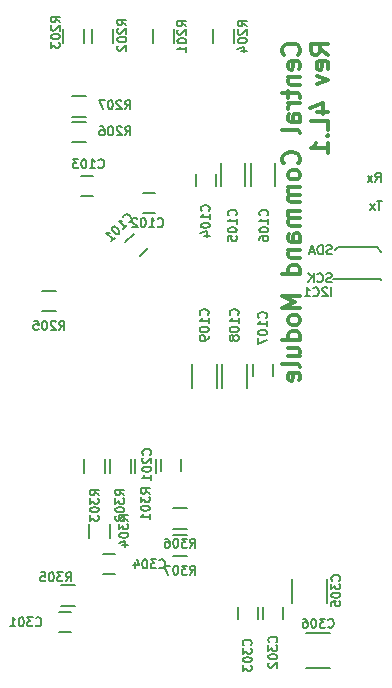
<source format=gbr>
G04 #@! TF.FileFunction,Legend,Bot*
%FSLAX46Y46*%
G04 Gerber Fmt 4.6, Leading zero omitted, Abs format (unit mm)*
G04 Created by KiCad (PCBNEW 4.0.1-2.201512121406+6195~38~ubuntu14.04.1-stable) date Sun 27 Dec 2015 07:04:44 PM CET*
%MOMM*%
G01*
G04 APERTURE LIST*
%ADD10C,0.100000*%
%ADD11C,0.200000*%
%ADD12C,0.127000*%
%ADD13C,0.300000*%
%ADD14C,0.150000*%
G04 APERTURE END LIST*
D10*
D11*
X110363000Y-102997000D02*
X110363000Y-103124000D01*
X106299000Y-102997000D02*
X110363000Y-102997000D01*
X109982000Y-100330000D02*
X110363000Y-100711000D01*
X106680000Y-100330000D02*
X109982000Y-100330000D01*
X106426000Y-100584000D02*
X106680000Y-100330000D01*
D12*
X106153857Y-100879729D02*
X106045000Y-100916014D01*
X105863571Y-100916014D01*
X105791000Y-100879729D01*
X105754714Y-100843443D01*
X105718429Y-100770871D01*
X105718429Y-100698300D01*
X105754714Y-100625729D01*
X105791000Y-100589443D01*
X105863571Y-100553157D01*
X106008714Y-100516871D01*
X106081286Y-100480586D01*
X106117571Y-100444300D01*
X106153857Y-100371729D01*
X106153857Y-100299157D01*
X106117571Y-100226586D01*
X106081286Y-100190300D01*
X106008714Y-100154014D01*
X105827286Y-100154014D01*
X105718429Y-100190300D01*
X105391857Y-100916014D02*
X105391857Y-100154014D01*
X105210429Y-100154014D01*
X105101572Y-100190300D01*
X105029000Y-100262871D01*
X104992715Y-100335443D01*
X104956429Y-100480586D01*
X104956429Y-100589443D01*
X104992715Y-100734586D01*
X105029000Y-100807157D01*
X105101572Y-100879729D01*
X105210429Y-100916014D01*
X105391857Y-100916014D01*
X104666143Y-100698300D02*
X104303286Y-100698300D01*
X104738715Y-100916014D02*
X104484715Y-100154014D01*
X104230715Y-100916014D01*
X106153857Y-103267329D02*
X106045000Y-103303614D01*
X105863571Y-103303614D01*
X105791000Y-103267329D01*
X105754714Y-103231043D01*
X105718429Y-103158471D01*
X105718429Y-103085900D01*
X105754714Y-103013329D01*
X105791000Y-102977043D01*
X105863571Y-102940757D01*
X106008714Y-102904471D01*
X106081286Y-102868186D01*
X106117571Y-102831900D01*
X106153857Y-102759329D01*
X106153857Y-102686757D01*
X106117571Y-102614186D01*
X106081286Y-102577900D01*
X106008714Y-102541614D01*
X105827286Y-102541614D01*
X105718429Y-102577900D01*
X104956429Y-103231043D02*
X104992715Y-103267329D01*
X105101572Y-103303614D01*
X105174143Y-103303614D01*
X105283000Y-103267329D01*
X105355572Y-103194757D01*
X105391857Y-103122186D01*
X105428143Y-102977043D01*
X105428143Y-102868186D01*
X105391857Y-102723043D01*
X105355572Y-102650471D01*
X105283000Y-102577900D01*
X105174143Y-102541614D01*
X105101572Y-102541614D01*
X104992715Y-102577900D01*
X104956429Y-102614186D01*
X104629857Y-103303614D02*
X104629857Y-102541614D01*
X104194429Y-103303614D02*
X104521000Y-102868186D01*
X104194429Y-102541614D02*
X104629857Y-102977043D01*
X106117571Y-104497414D02*
X106117571Y-103735414D01*
X105791000Y-103807986D02*
X105754714Y-103771700D01*
X105682143Y-103735414D01*
X105500714Y-103735414D01*
X105428143Y-103771700D01*
X105391857Y-103807986D01*
X105355572Y-103880557D01*
X105355572Y-103953129D01*
X105391857Y-104061986D01*
X105827286Y-104497414D01*
X105355572Y-104497414D01*
X104593572Y-104424843D02*
X104629858Y-104461129D01*
X104738715Y-104497414D01*
X104811286Y-104497414D01*
X104920143Y-104461129D01*
X104992715Y-104388557D01*
X105029000Y-104315986D01*
X105065286Y-104170843D01*
X105065286Y-104061986D01*
X105029000Y-103916843D01*
X104992715Y-103844271D01*
X104920143Y-103771700D01*
X104811286Y-103735414D01*
X104738715Y-103735414D01*
X104629858Y-103771700D01*
X104593572Y-103807986D01*
X103867858Y-104497414D02*
X104303286Y-104497414D01*
X104085572Y-104497414D02*
X104085572Y-103735414D01*
X104158143Y-103844271D01*
X104230715Y-103916843D01*
X104303286Y-103953129D01*
X109873143Y-94781914D02*
X110127143Y-94419057D01*
X110308571Y-94781914D02*
X110308571Y-94019914D01*
X110018286Y-94019914D01*
X109945714Y-94056200D01*
X109909429Y-94092486D01*
X109873143Y-94165057D01*
X109873143Y-94273914D01*
X109909429Y-94346486D01*
X109945714Y-94382771D01*
X110018286Y-94419057D01*
X110308571Y-94419057D01*
X109619143Y-94781914D02*
X109220000Y-94273914D01*
X109619143Y-94273914D02*
X109220000Y-94781914D01*
X110417429Y-96407514D02*
X109982000Y-96407514D01*
X110199714Y-97169514D02*
X110199714Y-96407514D01*
X109800572Y-97169514D02*
X109401429Y-96661514D01*
X109800572Y-96661514D02*
X109401429Y-97169514D01*
D13*
X103348714Y-84018286D02*
X103420143Y-83946857D01*
X103491571Y-83732571D01*
X103491571Y-83589714D01*
X103420143Y-83375429D01*
X103277286Y-83232571D01*
X103134429Y-83161143D01*
X102848714Y-83089714D01*
X102634429Y-83089714D01*
X102348714Y-83161143D01*
X102205857Y-83232571D01*
X102063000Y-83375429D01*
X101991571Y-83589714D01*
X101991571Y-83732571D01*
X102063000Y-83946857D01*
X102134429Y-84018286D01*
X103420143Y-85232571D02*
X103491571Y-85089714D01*
X103491571Y-84804000D01*
X103420143Y-84661143D01*
X103277286Y-84589714D01*
X102705857Y-84589714D01*
X102563000Y-84661143D01*
X102491571Y-84804000D01*
X102491571Y-85089714D01*
X102563000Y-85232571D01*
X102705857Y-85304000D01*
X102848714Y-85304000D01*
X102991571Y-84589714D01*
X102491571Y-85946857D02*
X103491571Y-85946857D01*
X102634429Y-85946857D02*
X102563000Y-86018285D01*
X102491571Y-86161143D01*
X102491571Y-86375428D01*
X102563000Y-86518285D01*
X102705857Y-86589714D01*
X103491571Y-86589714D01*
X102491571Y-87089714D02*
X102491571Y-87661143D01*
X101991571Y-87304000D02*
X103277286Y-87304000D01*
X103420143Y-87375428D01*
X103491571Y-87518286D01*
X103491571Y-87661143D01*
X103491571Y-88161143D02*
X102491571Y-88161143D01*
X102777286Y-88161143D02*
X102634429Y-88232571D01*
X102563000Y-88304000D01*
X102491571Y-88446857D01*
X102491571Y-88589714D01*
X103491571Y-89732571D02*
X102705857Y-89732571D01*
X102563000Y-89661142D01*
X102491571Y-89518285D01*
X102491571Y-89232571D01*
X102563000Y-89089714D01*
X103420143Y-89732571D02*
X103491571Y-89589714D01*
X103491571Y-89232571D01*
X103420143Y-89089714D01*
X103277286Y-89018285D01*
X103134429Y-89018285D01*
X102991571Y-89089714D01*
X102920143Y-89232571D01*
X102920143Y-89589714D01*
X102848714Y-89732571D01*
X103491571Y-90661143D02*
X103420143Y-90518285D01*
X103277286Y-90446857D01*
X101991571Y-90446857D01*
X103348714Y-93232571D02*
X103420143Y-93161142D01*
X103491571Y-92946856D01*
X103491571Y-92803999D01*
X103420143Y-92589714D01*
X103277286Y-92446856D01*
X103134429Y-92375428D01*
X102848714Y-92303999D01*
X102634429Y-92303999D01*
X102348714Y-92375428D01*
X102205857Y-92446856D01*
X102063000Y-92589714D01*
X101991571Y-92803999D01*
X101991571Y-92946856D01*
X102063000Y-93161142D01*
X102134429Y-93232571D01*
X103491571Y-94089714D02*
X103420143Y-93946856D01*
X103348714Y-93875428D01*
X103205857Y-93803999D01*
X102777286Y-93803999D01*
X102634429Y-93875428D01*
X102563000Y-93946856D01*
X102491571Y-94089714D01*
X102491571Y-94303999D01*
X102563000Y-94446856D01*
X102634429Y-94518285D01*
X102777286Y-94589714D01*
X103205857Y-94589714D01*
X103348714Y-94518285D01*
X103420143Y-94446856D01*
X103491571Y-94303999D01*
X103491571Y-94089714D01*
X103491571Y-95232571D02*
X102491571Y-95232571D01*
X102634429Y-95232571D02*
X102563000Y-95303999D01*
X102491571Y-95446857D01*
X102491571Y-95661142D01*
X102563000Y-95803999D01*
X102705857Y-95875428D01*
X103491571Y-95875428D01*
X102705857Y-95875428D02*
X102563000Y-95946857D01*
X102491571Y-96089714D01*
X102491571Y-96303999D01*
X102563000Y-96446857D01*
X102705857Y-96518285D01*
X103491571Y-96518285D01*
X103491571Y-97232571D02*
X102491571Y-97232571D01*
X102634429Y-97232571D02*
X102563000Y-97303999D01*
X102491571Y-97446857D01*
X102491571Y-97661142D01*
X102563000Y-97803999D01*
X102705857Y-97875428D01*
X103491571Y-97875428D01*
X102705857Y-97875428D02*
X102563000Y-97946857D01*
X102491571Y-98089714D01*
X102491571Y-98303999D01*
X102563000Y-98446857D01*
X102705857Y-98518285D01*
X103491571Y-98518285D01*
X103491571Y-99875428D02*
X102705857Y-99875428D01*
X102563000Y-99803999D01*
X102491571Y-99661142D01*
X102491571Y-99375428D01*
X102563000Y-99232571D01*
X103420143Y-99875428D02*
X103491571Y-99732571D01*
X103491571Y-99375428D01*
X103420143Y-99232571D01*
X103277286Y-99161142D01*
X103134429Y-99161142D01*
X102991571Y-99232571D01*
X102920143Y-99375428D01*
X102920143Y-99732571D01*
X102848714Y-99875428D01*
X102491571Y-100589714D02*
X103491571Y-100589714D01*
X102634429Y-100589714D02*
X102563000Y-100661142D01*
X102491571Y-100804000D01*
X102491571Y-101018285D01*
X102563000Y-101161142D01*
X102705857Y-101232571D01*
X103491571Y-101232571D01*
X103491571Y-102589714D02*
X101991571Y-102589714D01*
X103420143Y-102589714D02*
X103491571Y-102446857D01*
X103491571Y-102161143D01*
X103420143Y-102018285D01*
X103348714Y-101946857D01*
X103205857Y-101875428D01*
X102777286Y-101875428D01*
X102634429Y-101946857D01*
X102563000Y-102018285D01*
X102491571Y-102161143D01*
X102491571Y-102446857D01*
X102563000Y-102589714D01*
X103491571Y-104446857D02*
X101991571Y-104446857D01*
X103063000Y-104946857D01*
X101991571Y-105446857D01*
X103491571Y-105446857D01*
X103491571Y-106375429D02*
X103420143Y-106232571D01*
X103348714Y-106161143D01*
X103205857Y-106089714D01*
X102777286Y-106089714D01*
X102634429Y-106161143D01*
X102563000Y-106232571D01*
X102491571Y-106375429D01*
X102491571Y-106589714D01*
X102563000Y-106732571D01*
X102634429Y-106804000D01*
X102777286Y-106875429D01*
X103205857Y-106875429D01*
X103348714Y-106804000D01*
X103420143Y-106732571D01*
X103491571Y-106589714D01*
X103491571Y-106375429D01*
X103491571Y-108161143D02*
X101991571Y-108161143D01*
X103420143Y-108161143D02*
X103491571Y-108018286D01*
X103491571Y-107732572D01*
X103420143Y-107589714D01*
X103348714Y-107518286D01*
X103205857Y-107446857D01*
X102777286Y-107446857D01*
X102634429Y-107518286D01*
X102563000Y-107589714D01*
X102491571Y-107732572D01*
X102491571Y-108018286D01*
X102563000Y-108161143D01*
X102491571Y-109518286D02*
X103491571Y-109518286D01*
X102491571Y-108875429D02*
X103277286Y-108875429D01*
X103420143Y-108946857D01*
X103491571Y-109089715D01*
X103491571Y-109304000D01*
X103420143Y-109446857D01*
X103348714Y-109518286D01*
X103491571Y-110446858D02*
X103420143Y-110304000D01*
X103277286Y-110232572D01*
X101991571Y-110232572D01*
X103420143Y-111589714D02*
X103491571Y-111446857D01*
X103491571Y-111161143D01*
X103420143Y-111018286D01*
X103277286Y-110946857D01*
X102705857Y-110946857D01*
X102563000Y-111018286D01*
X102491571Y-111161143D01*
X102491571Y-111446857D01*
X102563000Y-111589714D01*
X102705857Y-111661143D01*
X102848714Y-111661143D01*
X102991571Y-110946857D01*
X105891571Y-84018286D02*
X105177286Y-83518286D01*
X105891571Y-83161143D02*
X104391571Y-83161143D01*
X104391571Y-83732571D01*
X104463000Y-83875429D01*
X104534429Y-83946857D01*
X104677286Y-84018286D01*
X104891571Y-84018286D01*
X105034429Y-83946857D01*
X105105857Y-83875429D01*
X105177286Y-83732571D01*
X105177286Y-83161143D01*
X105820143Y-85232571D02*
X105891571Y-85089714D01*
X105891571Y-84804000D01*
X105820143Y-84661143D01*
X105677286Y-84589714D01*
X105105857Y-84589714D01*
X104963000Y-84661143D01*
X104891571Y-84804000D01*
X104891571Y-85089714D01*
X104963000Y-85232571D01*
X105105857Y-85304000D01*
X105248714Y-85304000D01*
X105391571Y-84589714D01*
X104891571Y-85804000D02*
X105891571Y-86161143D01*
X104891571Y-86518285D01*
X104891571Y-88875428D02*
X105891571Y-88875428D01*
X104320143Y-88518285D02*
X105391571Y-88161142D01*
X105391571Y-89089714D01*
X105891571Y-90375428D02*
X105891571Y-89661142D01*
X104391571Y-89661142D01*
X105748714Y-90875428D02*
X105820143Y-90946856D01*
X105891571Y-90875428D01*
X105820143Y-90803999D01*
X105748714Y-90875428D01*
X105891571Y-90875428D01*
X105891571Y-92375428D02*
X105891571Y-91518285D01*
X105891571Y-91946857D02*
X104391571Y-91946857D01*
X104605857Y-91804000D01*
X104748714Y-91661142D01*
X104820143Y-91518285D01*
D14*
X101201790Y-110214023D02*
X101201790Y-111214023D01*
X99501790Y-111214023D02*
X99501790Y-110214023D01*
X98963790Y-110222024D02*
X98963790Y-112222024D01*
X96913790Y-112222024D02*
X96913790Y-110222024D01*
X96423790Y-110222023D02*
X96423790Y-112222023D01*
X94373790Y-112222023D02*
X94373790Y-110222023D01*
X88707406Y-99879313D02*
X89414513Y-99172206D01*
X90616594Y-100374287D02*
X89909487Y-101081394D01*
X91178000Y-97420800D02*
X90178000Y-97420800D01*
X90178000Y-95720800D02*
X91178000Y-95720800D01*
X85971000Y-96023800D02*
X84971000Y-96023800D01*
X84971000Y-94323800D02*
X85971000Y-94323800D01*
X91733000Y-119245000D02*
X91733000Y-118245000D01*
X93433000Y-118245000D02*
X93433000Y-119245000D01*
X84066000Y-132930000D02*
X83066000Y-132930000D01*
X83066000Y-131230000D02*
X84066000Y-131230000D01*
X100369000Y-131818000D02*
X100369000Y-130818000D01*
X102069000Y-130818000D02*
X102069000Y-131818000D01*
X98210000Y-131818000D02*
X98210000Y-130818000D01*
X99910000Y-130818000D02*
X99910000Y-131818000D01*
X86799800Y-126327800D02*
X87799800Y-126327800D01*
X87799800Y-128027800D02*
X86799800Y-128027800D01*
X102792000Y-130413000D02*
X102792000Y-128413000D01*
X105742000Y-128413000D02*
X105742000Y-130413000D01*
X104029000Y-133018000D02*
X106029000Y-133018000D01*
X106029000Y-135968000D02*
X104029000Y-135968000D01*
X92823000Y-83023000D02*
X92823000Y-81823000D01*
X91073000Y-81823000D02*
X91073000Y-83023000D01*
X85866000Y-81823000D02*
X85866000Y-83023000D01*
X87616000Y-83023000D02*
X87616000Y-81823000D01*
X85203000Y-83023000D02*
X85203000Y-81823000D01*
X83453000Y-81823000D02*
X83453000Y-83023000D01*
X96153000Y-81823000D02*
X96153000Y-83023000D01*
X97903000Y-83023000D02*
X97903000Y-81823000D01*
X82845200Y-104001600D02*
X81645200Y-104001600D01*
X81645200Y-105751600D02*
X82845200Y-105751600D01*
X89549000Y-118272000D02*
X89549000Y-119472000D01*
X91299000Y-119472000D02*
X91299000Y-118272000D01*
X89140000Y-119472000D02*
X89140000Y-118272000D01*
X87390000Y-118272000D02*
X87390000Y-119472000D01*
X86981000Y-119472000D02*
X86981000Y-118272000D01*
X85231000Y-118272000D02*
X85231000Y-119472000D01*
X85612000Y-123733000D02*
X85612000Y-124933000D01*
X87362000Y-124933000D02*
X87362000Y-123733000D01*
X83220000Y-130669000D02*
X84420000Y-130669000D01*
X84420000Y-128919000D02*
X83220000Y-128919000D01*
X93945000Y-122442000D02*
X92745000Y-122442000D01*
X92745000Y-124192000D02*
X93945000Y-124192000D01*
X93945000Y-124728000D02*
X92745000Y-124728000D01*
X92745000Y-126478000D02*
X93945000Y-126478000D01*
X94654000Y-95165800D02*
X94654000Y-94165800D01*
X96354000Y-94165800D02*
X96354000Y-95165800D01*
X85385200Y-89701400D02*
X84185200Y-89701400D01*
X84185200Y-91451400D02*
X85385200Y-91451400D01*
X85385200Y-87517000D02*
X84185200Y-87517000D01*
X84185200Y-89267000D02*
X85385200Y-89267000D01*
X96765000Y-95157800D02*
X96765000Y-93157800D01*
X98815000Y-93157800D02*
X98815000Y-95157800D01*
X99305000Y-95157800D02*
X99305000Y-93157800D01*
X101355000Y-93157800D02*
X101355000Y-95157800D01*
D12*
X100623933Y-106305309D02*
X100660219Y-106269023D01*
X100696504Y-106160166D01*
X100696504Y-106087595D01*
X100660219Y-105978738D01*
X100587647Y-105906166D01*
X100515076Y-105869881D01*
X100369933Y-105833595D01*
X100261076Y-105833595D01*
X100115933Y-105869881D01*
X100043361Y-105906166D01*
X99970790Y-105978738D01*
X99934504Y-106087595D01*
X99934504Y-106160166D01*
X99970790Y-106269023D01*
X100007076Y-106305309D01*
X100696504Y-107031023D02*
X100696504Y-106595595D01*
X100696504Y-106813309D02*
X99934504Y-106813309D01*
X100043361Y-106740738D01*
X100115933Y-106668166D01*
X100152219Y-106595595D01*
X99934504Y-107502737D02*
X99934504Y-107575309D01*
X99970790Y-107647880D01*
X100007076Y-107684166D01*
X100079647Y-107720452D01*
X100224790Y-107756737D01*
X100406219Y-107756737D01*
X100551361Y-107720452D01*
X100623933Y-107684166D01*
X100660219Y-107647880D01*
X100696504Y-107575309D01*
X100696504Y-107502737D01*
X100660219Y-107430166D01*
X100623933Y-107393880D01*
X100551361Y-107357595D01*
X100406219Y-107321309D01*
X100224790Y-107321309D01*
X100079647Y-107357595D01*
X100007076Y-107393880D01*
X99970790Y-107430166D01*
X99934504Y-107502737D01*
X99934504Y-108010737D02*
X99934504Y-108518737D01*
X100696504Y-108192166D01*
X98210933Y-106051310D02*
X98247219Y-106015024D01*
X98283504Y-105906167D01*
X98283504Y-105833596D01*
X98247219Y-105724739D01*
X98174647Y-105652167D01*
X98102076Y-105615882D01*
X97956933Y-105579596D01*
X97848076Y-105579596D01*
X97702933Y-105615882D01*
X97630361Y-105652167D01*
X97557790Y-105724739D01*
X97521504Y-105833596D01*
X97521504Y-105906167D01*
X97557790Y-106015024D01*
X97594076Y-106051310D01*
X98283504Y-106777024D02*
X98283504Y-106341596D01*
X98283504Y-106559310D02*
X97521504Y-106559310D01*
X97630361Y-106486739D01*
X97702933Y-106414167D01*
X97739219Y-106341596D01*
X97521504Y-107248738D02*
X97521504Y-107321310D01*
X97557790Y-107393881D01*
X97594076Y-107430167D01*
X97666647Y-107466453D01*
X97811790Y-107502738D01*
X97993219Y-107502738D01*
X98138361Y-107466453D01*
X98210933Y-107430167D01*
X98247219Y-107393881D01*
X98283504Y-107321310D01*
X98283504Y-107248738D01*
X98247219Y-107176167D01*
X98210933Y-107139881D01*
X98138361Y-107103596D01*
X97993219Y-107067310D01*
X97811790Y-107067310D01*
X97666647Y-107103596D01*
X97594076Y-107139881D01*
X97557790Y-107176167D01*
X97521504Y-107248738D01*
X97848076Y-107938167D02*
X97811790Y-107865595D01*
X97775504Y-107829310D01*
X97702933Y-107793024D01*
X97666647Y-107793024D01*
X97594076Y-107829310D01*
X97557790Y-107865595D01*
X97521504Y-107938167D01*
X97521504Y-108083310D01*
X97557790Y-108155881D01*
X97594076Y-108192167D01*
X97666647Y-108228452D01*
X97702933Y-108228452D01*
X97775504Y-108192167D01*
X97811790Y-108155881D01*
X97848076Y-108083310D01*
X97848076Y-107938167D01*
X97884361Y-107865595D01*
X97920647Y-107829310D01*
X97993219Y-107793024D01*
X98138361Y-107793024D01*
X98210933Y-107829310D01*
X98247219Y-107865595D01*
X98283504Y-107938167D01*
X98283504Y-108083310D01*
X98247219Y-108155881D01*
X98210933Y-108192167D01*
X98138361Y-108228452D01*
X97993219Y-108228452D01*
X97920647Y-108192167D01*
X97884361Y-108155881D01*
X97848076Y-108083310D01*
X95670933Y-106051309D02*
X95707219Y-106015023D01*
X95743504Y-105906166D01*
X95743504Y-105833595D01*
X95707219Y-105724738D01*
X95634647Y-105652166D01*
X95562076Y-105615881D01*
X95416933Y-105579595D01*
X95308076Y-105579595D01*
X95162933Y-105615881D01*
X95090361Y-105652166D01*
X95017790Y-105724738D01*
X94981504Y-105833595D01*
X94981504Y-105906166D01*
X95017790Y-106015023D01*
X95054076Y-106051309D01*
X95743504Y-106777023D02*
X95743504Y-106341595D01*
X95743504Y-106559309D02*
X94981504Y-106559309D01*
X95090361Y-106486738D01*
X95162933Y-106414166D01*
X95199219Y-106341595D01*
X94981504Y-107248737D02*
X94981504Y-107321309D01*
X95017790Y-107393880D01*
X95054076Y-107430166D01*
X95126647Y-107466452D01*
X95271790Y-107502737D01*
X95453219Y-107502737D01*
X95598361Y-107466452D01*
X95670933Y-107430166D01*
X95707219Y-107393880D01*
X95743504Y-107321309D01*
X95743504Y-107248737D01*
X95707219Y-107176166D01*
X95670933Y-107139880D01*
X95598361Y-107103595D01*
X95453219Y-107067309D01*
X95271790Y-107067309D01*
X95126647Y-107103595D01*
X95054076Y-107139880D01*
X95017790Y-107176166D01*
X94981504Y-107248737D01*
X95743504Y-107865594D02*
X95743504Y-108010737D01*
X95707219Y-108083309D01*
X95670933Y-108119594D01*
X95562076Y-108192166D01*
X95416933Y-108228451D01*
X95126647Y-108228451D01*
X95054076Y-108192166D01*
X95017790Y-108155880D01*
X94981504Y-108083309D01*
X94981504Y-107938166D01*
X95017790Y-107865594D01*
X95054076Y-107829309D01*
X95126647Y-107793023D01*
X95308076Y-107793023D01*
X95380647Y-107829309D01*
X95416933Y-107865594D01*
X95453219Y-107938166D01*
X95453219Y-108083309D01*
X95416933Y-108155880D01*
X95380647Y-108192166D01*
X95308076Y-108228451D01*
X88972470Y-98231350D02*
X89023786Y-98231350D01*
X89126417Y-98180034D01*
X89177733Y-98128719D01*
X89229049Y-98026088D01*
X89229049Y-97923456D01*
X89203391Y-97846483D01*
X89126417Y-97718193D01*
X89049444Y-97641219D01*
X88921154Y-97564246D01*
X88844180Y-97538587D01*
X88741549Y-97538588D01*
X88638917Y-97589903D01*
X88587602Y-97641219D01*
X88536286Y-97743850D01*
X88536286Y-97795167D01*
X88510628Y-98795823D02*
X88818522Y-98487929D01*
X88664575Y-98641876D02*
X88125760Y-98103061D01*
X88254049Y-98128719D01*
X88356681Y-98128719D01*
X88433655Y-98103061D01*
X87638261Y-98590560D02*
X87586944Y-98641876D01*
X87561287Y-98718850D01*
X87561287Y-98770166D01*
X87586944Y-98847139D01*
X87663919Y-98975428D01*
X87792208Y-99103718D01*
X87920497Y-99180691D01*
X87997471Y-99206349D01*
X88048787Y-99206349D01*
X88125760Y-99180691D01*
X88177076Y-99129375D01*
X88202734Y-99052402D01*
X88202734Y-99001086D01*
X88177075Y-98924113D01*
X88100102Y-98795824D01*
X87971813Y-98667534D01*
X87843523Y-98590561D01*
X87766550Y-98564902D01*
X87715234Y-98564902D01*
X87638261Y-98590560D01*
X87484314Y-99822138D02*
X87792208Y-99514244D01*
X87638261Y-99668191D02*
X87099445Y-99129375D01*
X87227734Y-99155033D01*
X87330367Y-99155033D01*
X87407340Y-99129376D01*
X91440911Y-98549192D02*
X91477197Y-98585478D01*
X91586054Y-98621763D01*
X91658625Y-98621763D01*
X91767482Y-98585478D01*
X91840054Y-98512906D01*
X91876339Y-98440335D01*
X91912625Y-98295192D01*
X91912625Y-98186335D01*
X91876339Y-98041192D01*
X91840054Y-97968620D01*
X91767482Y-97896049D01*
X91658625Y-97859763D01*
X91586054Y-97859763D01*
X91477197Y-97896049D01*
X91440911Y-97932335D01*
X90715197Y-98621763D02*
X91150625Y-98621763D01*
X90932911Y-98621763D02*
X90932911Y-97859763D01*
X91005482Y-97968620D01*
X91078054Y-98041192D01*
X91150625Y-98077478D01*
X90243483Y-97859763D02*
X90170911Y-97859763D01*
X90098340Y-97896049D01*
X90062054Y-97932335D01*
X90025768Y-98004906D01*
X89989483Y-98150049D01*
X89989483Y-98331478D01*
X90025768Y-98476620D01*
X90062054Y-98549192D01*
X90098340Y-98585478D01*
X90170911Y-98621763D01*
X90243483Y-98621763D01*
X90316054Y-98585478D01*
X90352340Y-98549192D01*
X90388625Y-98476620D01*
X90424911Y-98331478D01*
X90424911Y-98150049D01*
X90388625Y-98004906D01*
X90352340Y-97932335D01*
X90316054Y-97896049D01*
X90243483Y-97859763D01*
X89699197Y-97932335D02*
X89662911Y-97896049D01*
X89590340Y-97859763D01*
X89408911Y-97859763D01*
X89336340Y-97896049D01*
X89300054Y-97932335D01*
X89263769Y-98004906D01*
X89263769Y-98077478D01*
X89300054Y-98186335D01*
X89735483Y-98621763D01*
X89263769Y-98621763D01*
X86413517Y-93560089D02*
X86449803Y-93596375D01*
X86558660Y-93632660D01*
X86631231Y-93632660D01*
X86740088Y-93596375D01*
X86812660Y-93523803D01*
X86848945Y-93451232D01*
X86885231Y-93306089D01*
X86885231Y-93197232D01*
X86848945Y-93052089D01*
X86812660Y-92979517D01*
X86740088Y-92906946D01*
X86631231Y-92870660D01*
X86558660Y-92870660D01*
X86449803Y-92906946D01*
X86413517Y-92943232D01*
X85687803Y-93632660D02*
X86123231Y-93632660D01*
X85905517Y-93632660D02*
X85905517Y-92870660D01*
X85978088Y-92979517D01*
X86050660Y-93052089D01*
X86123231Y-93088375D01*
X85216089Y-92870660D02*
X85143517Y-92870660D01*
X85070946Y-92906946D01*
X85034660Y-92943232D01*
X84998374Y-93015803D01*
X84962089Y-93160946D01*
X84962089Y-93342375D01*
X84998374Y-93487517D01*
X85034660Y-93560089D01*
X85070946Y-93596375D01*
X85143517Y-93632660D01*
X85216089Y-93632660D01*
X85288660Y-93596375D01*
X85324946Y-93560089D01*
X85361231Y-93487517D01*
X85397517Y-93342375D01*
X85397517Y-93160946D01*
X85361231Y-93015803D01*
X85324946Y-92943232D01*
X85288660Y-92906946D01*
X85216089Y-92870660D01*
X84708089Y-92870660D02*
X84236375Y-92870660D01*
X84490375Y-93160946D01*
X84381517Y-93160946D01*
X84308946Y-93197232D01*
X84272660Y-93233517D01*
X84236375Y-93306089D01*
X84236375Y-93487517D01*
X84272660Y-93560089D01*
X84308946Y-93596375D01*
X84381517Y-93632660D01*
X84599232Y-93632660D01*
X84671803Y-93596375D01*
X84708089Y-93560089D01*
X90823143Y-117892286D02*
X90859429Y-117856000D01*
X90895714Y-117747143D01*
X90895714Y-117674572D01*
X90859429Y-117565715D01*
X90786857Y-117493143D01*
X90714286Y-117456858D01*
X90569143Y-117420572D01*
X90460286Y-117420572D01*
X90315143Y-117456858D01*
X90242571Y-117493143D01*
X90170000Y-117565715D01*
X90133714Y-117674572D01*
X90133714Y-117747143D01*
X90170000Y-117856000D01*
X90206286Y-117892286D01*
X90206286Y-118182572D02*
X90170000Y-118218858D01*
X90133714Y-118291429D01*
X90133714Y-118472858D01*
X90170000Y-118545429D01*
X90206286Y-118581715D01*
X90278857Y-118618000D01*
X90351429Y-118618000D01*
X90460286Y-118581715D01*
X90895714Y-118146286D01*
X90895714Y-118618000D01*
X90133714Y-119089714D02*
X90133714Y-119162286D01*
X90170000Y-119234857D01*
X90206286Y-119271143D01*
X90278857Y-119307429D01*
X90424000Y-119343714D01*
X90605429Y-119343714D01*
X90750571Y-119307429D01*
X90823143Y-119271143D01*
X90859429Y-119234857D01*
X90895714Y-119162286D01*
X90895714Y-119089714D01*
X90859429Y-119017143D01*
X90823143Y-118980857D01*
X90750571Y-118944572D01*
X90605429Y-118908286D01*
X90424000Y-118908286D01*
X90278857Y-118944572D01*
X90206286Y-118980857D01*
X90170000Y-119017143D01*
X90133714Y-119089714D01*
X90895714Y-120069428D02*
X90895714Y-119634000D01*
X90895714Y-119851714D02*
X90133714Y-119851714D01*
X90242571Y-119779143D01*
X90315143Y-119706571D01*
X90351429Y-119634000D01*
X81116714Y-132352143D02*
X81153000Y-132388429D01*
X81261857Y-132424714D01*
X81334428Y-132424714D01*
X81443285Y-132388429D01*
X81515857Y-132315857D01*
X81552142Y-132243286D01*
X81588428Y-132098143D01*
X81588428Y-131989286D01*
X81552142Y-131844143D01*
X81515857Y-131771571D01*
X81443285Y-131699000D01*
X81334428Y-131662714D01*
X81261857Y-131662714D01*
X81153000Y-131699000D01*
X81116714Y-131735286D01*
X80862714Y-131662714D02*
X80391000Y-131662714D01*
X80645000Y-131953000D01*
X80536142Y-131953000D01*
X80463571Y-131989286D01*
X80427285Y-132025571D01*
X80391000Y-132098143D01*
X80391000Y-132279571D01*
X80427285Y-132352143D01*
X80463571Y-132388429D01*
X80536142Y-132424714D01*
X80753857Y-132424714D01*
X80826428Y-132388429D01*
X80862714Y-132352143D01*
X79919286Y-131662714D02*
X79846714Y-131662714D01*
X79774143Y-131699000D01*
X79737857Y-131735286D01*
X79701571Y-131807857D01*
X79665286Y-131953000D01*
X79665286Y-132134429D01*
X79701571Y-132279571D01*
X79737857Y-132352143D01*
X79774143Y-132388429D01*
X79846714Y-132424714D01*
X79919286Y-132424714D01*
X79991857Y-132388429D01*
X80028143Y-132352143D01*
X80064428Y-132279571D01*
X80100714Y-132134429D01*
X80100714Y-131953000D01*
X80064428Y-131807857D01*
X80028143Y-131735286D01*
X79991857Y-131699000D01*
X79919286Y-131662714D01*
X78939572Y-132424714D02*
X79375000Y-132424714D01*
X79157286Y-132424714D02*
X79157286Y-131662714D01*
X79229857Y-131771571D01*
X79302429Y-131844143D01*
X79375000Y-131880429D01*
X101491143Y-133767286D02*
X101527429Y-133731000D01*
X101563714Y-133622143D01*
X101563714Y-133549572D01*
X101527429Y-133440715D01*
X101454857Y-133368143D01*
X101382286Y-133331858D01*
X101237143Y-133295572D01*
X101128286Y-133295572D01*
X100983143Y-133331858D01*
X100910571Y-133368143D01*
X100838000Y-133440715D01*
X100801714Y-133549572D01*
X100801714Y-133622143D01*
X100838000Y-133731000D01*
X100874286Y-133767286D01*
X100801714Y-134021286D02*
X100801714Y-134493000D01*
X101092000Y-134239000D01*
X101092000Y-134347858D01*
X101128286Y-134420429D01*
X101164571Y-134456715D01*
X101237143Y-134493000D01*
X101418571Y-134493000D01*
X101491143Y-134456715D01*
X101527429Y-134420429D01*
X101563714Y-134347858D01*
X101563714Y-134130143D01*
X101527429Y-134057572D01*
X101491143Y-134021286D01*
X100801714Y-134964714D02*
X100801714Y-135037286D01*
X100838000Y-135109857D01*
X100874286Y-135146143D01*
X100946857Y-135182429D01*
X101092000Y-135218714D01*
X101273429Y-135218714D01*
X101418571Y-135182429D01*
X101491143Y-135146143D01*
X101527429Y-135109857D01*
X101563714Y-135037286D01*
X101563714Y-134964714D01*
X101527429Y-134892143D01*
X101491143Y-134855857D01*
X101418571Y-134819572D01*
X101273429Y-134783286D01*
X101092000Y-134783286D01*
X100946857Y-134819572D01*
X100874286Y-134855857D01*
X100838000Y-134892143D01*
X100801714Y-134964714D01*
X100874286Y-135509000D02*
X100838000Y-135545286D01*
X100801714Y-135617857D01*
X100801714Y-135799286D01*
X100838000Y-135871857D01*
X100874286Y-135908143D01*
X100946857Y-135944428D01*
X101019429Y-135944428D01*
X101128286Y-135908143D01*
X101563714Y-135472714D01*
X101563714Y-135944428D01*
X99332143Y-134021286D02*
X99368429Y-133985000D01*
X99404714Y-133876143D01*
X99404714Y-133803572D01*
X99368429Y-133694715D01*
X99295857Y-133622143D01*
X99223286Y-133585858D01*
X99078143Y-133549572D01*
X98969286Y-133549572D01*
X98824143Y-133585858D01*
X98751571Y-133622143D01*
X98679000Y-133694715D01*
X98642714Y-133803572D01*
X98642714Y-133876143D01*
X98679000Y-133985000D01*
X98715286Y-134021286D01*
X98642714Y-134275286D02*
X98642714Y-134747000D01*
X98933000Y-134493000D01*
X98933000Y-134601858D01*
X98969286Y-134674429D01*
X99005571Y-134710715D01*
X99078143Y-134747000D01*
X99259571Y-134747000D01*
X99332143Y-134710715D01*
X99368429Y-134674429D01*
X99404714Y-134601858D01*
X99404714Y-134384143D01*
X99368429Y-134311572D01*
X99332143Y-134275286D01*
X98642714Y-135218714D02*
X98642714Y-135291286D01*
X98679000Y-135363857D01*
X98715286Y-135400143D01*
X98787857Y-135436429D01*
X98933000Y-135472714D01*
X99114429Y-135472714D01*
X99259571Y-135436429D01*
X99332143Y-135400143D01*
X99368429Y-135363857D01*
X99404714Y-135291286D01*
X99404714Y-135218714D01*
X99368429Y-135146143D01*
X99332143Y-135109857D01*
X99259571Y-135073572D01*
X99114429Y-135037286D01*
X98933000Y-135037286D01*
X98787857Y-135073572D01*
X98715286Y-135109857D01*
X98679000Y-135146143D01*
X98642714Y-135218714D01*
X98642714Y-135726714D02*
X98642714Y-136198428D01*
X98933000Y-135944428D01*
X98933000Y-136053286D01*
X98969286Y-136125857D01*
X99005571Y-136162143D01*
X99078143Y-136198428D01*
X99259571Y-136198428D01*
X99332143Y-136162143D01*
X99368429Y-136125857D01*
X99404714Y-136053286D01*
X99404714Y-135835571D01*
X99368429Y-135763000D01*
X99332143Y-135726714D01*
X91581514Y-127449943D02*
X91617800Y-127486229D01*
X91726657Y-127522514D01*
X91799228Y-127522514D01*
X91908085Y-127486229D01*
X91980657Y-127413657D01*
X92016942Y-127341086D01*
X92053228Y-127195943D01*
X92053228Y-127087086D01*
X92016942Y-126941943D01*
X91980657Y-126869371D01*
X91908085Y-126796800D01*
X91799228Y-126760514D01*
X91726657Y-126760514D01*
X91617800Y-126796800D01*
X91581514Y-126833086D01*
X91327514Y-126760514D02*
X90855800Y-126760514D01*
X91109800Y-127050800D01*
X91000942Y-127050800D01*
X90928371Y-127087086D01*
X90892085Y-127123371D01*
X90855800Y-127195943D01*
X90855800Y-127377371D01*
X90892085Y-127449943D01*
X90928371Y-127486229D01*
X91000942Y-127522514D01*
X91218657Y-127522514D01*
X91291228Y-127486229D01*
X91327514Y-127449943D01*
X90384086Y-126760514D02*
X90311514Y-126760514D01*
X90238943Y-126796800D01*
X90202657Y-126833086D01*
X90166371Y-126905657D01*
X90130086Y-127050800D01*
X90130086Y-127232229D01*
X90166371Y-127377371D01*
X90202657Y-127449943D01*
X90238943Y-127486229D01*
X90311514Y-127522514D01*
X90384086Y-127522514D01*
X90456657Y-127486229D01*
X90492943Y-127449943D01*
X90529228Y-127377371D01*
X90565514Y-127232229D01*
X90565514Y-127050800D01*
X90529228Y-126905657D01*
X90492943Y-126833086D01*
X90456657Y-126796800D01*
X90384086Y-126760514D01*
X89476943Y-127014514D02*
X89476943Y-127522514D01*
X89658372Y-126724229D02*
X89839800Y-127268514D01*
X89368086Y-127268514D01*
X106825143Y-128560286D02*
X106861429Y-128524000D01*
X106897714Y-128415143D01*
X106897714Y-128342572D01*
X106861429Y-128233715D01*
X106788857Y-128161143D01*
X106716286Y-128124858D01*
X106571143Y-128088572D01*
X106462286Y-128088572D01*
X106317143Y-128124858D01*
X106244571Y-128161143D01*
X106172000Y-128233715D01*
X106135714Y-128342572D01*
X106135714Y-128415143D01*
X106172000Y-128524000D01*
X106208286Y-128560286D01*
X106135714Y-128814286D02*
X106135714Y-129286000D01*
X106426000Y-129032000D01*
X106426000Y-129140858D01*
X106462286Y-129213429D01*
X106498571Y-129249715D01*
X106571143Y-129286000D01*
X106752571Y-129286000D01*
X106825143Y-129249715D01*
X106861429Y-129213429D01*
X106897714Y-129140858D01*
X106897714Y-128923143D01*
X106861429Y-128850572D01*
X106825143Y-128814286D01*
X106135714Y-129757714D02*
X106135714Y-129830286D01*
X106172000Y-129902857D01*
X106208286Y-129939143D01*
X106280857Y-129975429D01*
X106426000Y-130011714D01*
X106607429Y-130011714D01*
X106752571Y-129975429D01*
X106825143Y-129939143D01*
X106861429Y-129902857D01*
X106897714Y-129830286D01*
X106897714Y-129757714D01*
X106861429Y-129685143D01*
X106825143Y-129648857D01*
X106752571Y-129612572D01*
X106607429Y-129576286D01*
X106426000Y-129576286D01*
X106280857Y-129612572D01*
X106208286Y-129648857D01*
X106172000Y-129685143D01*
X106135714Y-129757714D01*
X106135714Y-130701143D02*
X106135714Y-130338286D01*
X106498571Y-130302000D01*
X106462286Y-130338286D01*
X106426000Y-130410857D01*
X106426000Y-130592286D01*
X106462286Y-130664857D01*
X106498571Y-130701143D01*
X106571143Y-130737428D01*
X106752571Y-130737428D01*
X106825143Y-130701143D01*
X106861429Y-130664857D01*
X106897714Y-130592286D01*
X106897714Y-130410857D01*
X106861429Y-130338286D01*
X106825143Y-130302000D01*
X105881714Y-132479143D02*
X105918000Y-132515429D01*
X106026857Y-132551714D01*
X106099428Y-132551714D01*
X106208285Y-132515429D01*
X106280857Y-132442857D01*
X106317142Y-132370286D01*
X106353428Y-132225143D01*
X106353428Y-132116286D01*
X106317142Y-131971143D01*
X106280857Y-131898571D01*
X106208285Y-131826000D01*
X106099428Y-131789714D01*
X106026857Y-131789714D01*
X105918000Y-131826000D01*
X105881714Y-131862286D01*
X105627714Y-131789714D02*
X105156000Y-131789714D01*
X105410000Y-132080000D01*
X105301142Y-132080000D01*
X105228571Y-132116286D01*
X105192285Y-132152571D01*
X105156000Y-132225143D01*
X105156000Y-132406571D01*
X105192285Y-132479143D01*
X105228571Y-132515429D01*
X105301142Y-132551714D01*
X105518857Y-132551714D01*
X105591428Y-132515429D01*
X105627714Y-132479143D01*
X104684286Y-131789714D02*
X104611714Y-131789714D01*
X104539143Y-131826000D01*
X104502857Y-131862286D01*
X104466571Y-131934857D01*
X104430286Y-132080000D01*
X104430286Y-132261429D01*
X104466571Y-132406571D01*
X104502857Y-132479143D01*
X104539143Y-132515429D01*
X104611714Y-132551714D01*
X104684286Y-132551714D01*
X104756857Y-132515429D01*
X104793143Y-132479143D01*
X104829428Y-132406571D01*
X104865714Y-132261429D01*
X104865714Y-132080000D01*
X104829428Y-131934857D01*
X104793143Y-131862286D01*
X104756857Y-131826000D01*
X104684286Y-131789714D01*
X103777143Y-131789714D02*
X103922286Y-131789714D01*
X103994857Y-131826000D01*
X104031143Y-131862286D01*
X104103714Y-131971143D01*
X104140000Y-132116286D01*
X104140000Y-132406571D01*
X104103714Y-132479143D01*
X104067429Y-132515429D01*
X103994857Y-132551714D01*
X103849714Y-132551714D01*
X103777143Y-132515429D01*
X103740857Y-132479143D01*
X103704572Y-132406571D01*
X103704572Y-132225143D01*
X103740857Y-132152571D01*
X103777143Y-132116286D01*
X103849714Y-132080000D01*
X103994857Y-132080000D01*
X104067429Y-132116286D01*
X104103714Y-132152571D01*
X104140000Y-132225143D01*
X93867514Y-81621086D02*
X93504657Y-81367086D01*
X93867514Y-81185658D02*
X93105514Y-81185658D01*
X93105514Y-81475943D01*
X93141800Y-81548515D01*
X93178086Y-81584800D01*
X93250657Y-81621086D01*
X93359514Y-81621086D01*
X93432086Y-81584800D01*
X93468371Y-81548515D01*
X93504657Y-81475943D01*
X93504657Y-81185658D01*
X93178086Y-81911372D02*
X93141800Y-81947658D01*
X93105514Y-82020229D01*
X93105514Y-82201658D01*
X93141800Y-82274229D01*
X93178086Y-82310515D01*
X93250657Y-82346800D01*
X93323229Y-82346800D01*
X93432086Y-82310515D01*
X93867514Y-81875086D01*
X93867514Y-82346800D01*
X93105514Y-82818514D02*
X93105514Y-82891086D01*
X93141800Y-82963657D01*
X93178086Y-82999943D01*
X93250657Y-83036229D01*
X93395800Y-83072514D01*
X93577229Y-83072514D01*
X93722371Y-83036229D01*
X93794943Y-82999943D01*
X93831229Y-82963657D01*
X93867514Y-82891086D01*
X93867514Y-82818514D01*
X93831229Y-82745943D01*
X93794943Y-82709657D01*
X93722371Y-82673372D01*
X93577229Y-82637086D01*
X93395800Y-82637086D01*
X93250657Y-82673372D01*
X93178086Y-82709657D01*
X93141800Y-82745943D01*
X93105514Y-82818514D01*
X93867514Y-83798228D02*
X93867514Y-83362800D01*
X93867514Y-83580514D02*
X93105514Y-83580514D01*
X93214371Y-83507943D01*
X93286943Y-83435371D01*
X93323229Y-83362800D01*
X88787514Y-81519486D02*
X88424657Y-81265486D01*
X88787514Y-81084058D02*
X88025514Y-81084058D01*
X88025514Y-81374343D01*
X88061800Y-81446915D01*
X88098086Y-81483200D01*
X88170657Y-81519486D01*
X88279514Y-81519486D01*
X88352086Y-81483200D01*
X88388371Y-81446915D01*
X88424657Y-81374343D01*
X88424657Y-81084058D01*
X88098086Y-81809772D02*
X88061800Y-81846058D01*
X88025514Y-81918629D01*
X88025514Y-82100058D01*
X88061800Y-82172629D01*
X88098086Y-82208915D01*
X88170657Y-82245200D01*
X88243229Y-82245200D01*
X88352086Y-82208915D01*
X88787514Y-81773486D01*
X88787514Y-82245200D01*
X88025514Y-82716914D02*
X88025514Y-82789486D01*
X88061800Y-82862057D01*
X88098086Y-82898343D01*
X88170657Y-82934629D01*
X88315800Y-82970914D01*
X88497229Y-82970914D01*
X88642371Y-82934629D01*
X88714943Y-82898343D01*
X88751229Y-82862057D01*
X88787514Y-82789486D01*
X88787514Y-82716914D01*
X88751229Y-82644343D01*
X88714943Y-82608057D01*
X88642371Y-82571772D01*
X88497229Y-82535486D01*
X88315800Y-82535486D01*
X88170657Y-82571772D01*
X88098086Y-82608057D01*
X88061800Y-82644343D01*
X88025514Y-82716914D01*
X88098086Y-83261200D02*
X88061800Y-83297486D01*
X88025514Y-83370057D01*
X88025514Y-83551486D01*
X88061800Y-83624057D01*
X88098086Y-83660343D01*
X88170657Y-83696628D01*
X88243229Y-83696628D01*
X88352086Y-83660343D01*
X88787514Y-83224914D01*
X88787514Y-83696628D01*
X83148714Y-81265486D02*
X82785857Y-81011486D01*
X83148714Y-80830058D02*
X82386714Y-80830058D01*
X82386714Y-81120343D01*
X82423000Y-81192915D01*
X82459286Y-81229200D01*
X82531857Y-81265486D01*
X82640714Y-81265486D01*
X82713286Y-81229200D01*
X82749571Y-81192915D01*
X82785857Y-81120343D01*
X82785857Y-80830058D01*
X82459286Y-81555772D02*
X82423000Y-81592058D01*
X82386714Y-81664629D01*
X82386714Y-81846058D01*
X82423000Y-81918629D01*
X82459286Y-81954915D01*
X82531857Y-81991200D01*
X82604429Y-81991200D01*
X82713286Y-81954915D01*
X83148714Y-81519486D01*
X83148714Y-81991200D01*
X82386714Y-82462914D02*
X82386714Y-82535486D01*
X82423000Y-82608057D01*
X82459286Y-82644343D01*
X82531857Y-82680629D01*
X82677000Y-82716914D01*
X82858429Y-82716914D01*
X83003571Y-82680629D01*
X83076143Y-82644343D01*
X83112429Y-82608057D01*
X83148714Y-82535486D01*
X83148714Y-82462914D01*
X83112429Y-82390343D01*
X83076143Y-82354057D01*
X83003571Y-82317772D01*
X82858429Y-82281486D01*
X82677000Y-82281486D01*
X82531857Y-82317772D01*
X82459286Y-82354057D01*
X82423000Y-82390343D01*
X82386714Y-82462914D01*
X82386714Y-82970914D02*
X82386714Y-83442628D01*
X82677000Y-83188628D01*
X82677000Y-83297486D01*
X82713286Y-83370057D01*
X82749571Y-83406343D01*
X82822143Y-83442628D01*
X83003571Y-83442628D01*
X83076143Y-83406343D01*
X83112429Y-83370057D01*
X83148714Y-83297486D01*
X83148714Y-83079771D01*
X83112429Y-83007200D01*
X83076143Y-82970914D01*
X98972914Y-81595686D02*
X98610057Y-81341686D01*
X98972914Y-81160258D02*
X98210914Y-81160258D01*
X98210914Y-81450543D01*
X98247200Y-81523115D01*
X98283486Y-81559400D01*
X98356057Y-81595686D01*
X98464914Y-81595686D01*
X98537486Y-81559400D01*
X98573771Y-81523115D01*
X98610057Y-81450543D01*
X98610057Y-81160258D01*
X98283486Y-81885972D02*
X98247200Y-81922258D01*
X98210914Y-81994829D01*
X98210914Y-82176258D01*
X98247200Y-82248829D01*
X98283486Y-82285115D01*
X98356057Y-82321400D01*
X98428629Y-82321400D01*
X98537486Y-82285115D01*
X98972914Y-81849686D01*
X98972914Y-82321400D01*
X98210914Y-82793114D02*
X98210914Y-82865686D01*
X98247200Y-82938257D01*
X98283486Y-82974543D01*
X98356057Y-83010829D01*
X98501200Y-83047114D01*
X98682629Y-83047114D01*
X98827771Y-83010829D01*
X98900343Y-82974543D01*
X98936629Y-82938257D01*
X98972914Y-82865686D01*
X98972914Y-82793114D01*
X98936629Y-82720543D01*
X98900343Y-82684257D01*
X98827771Y-82647972D01*
X98682629Y-82611686D01*
X98501200Y-82611686D01*
X98356057Y-82647972D01*
X98283486Y-82684257D01*
X98247200Y-82720543D01*
X98210914Y-82793114D01*
X98464914Y-83700257D02*
X98972914Y-83700257D01*
X98174629Y-83518828D02*
X98718914Y-83337400D01*
X98718914Y-83809114D01*
X83097914Y-107321314D02*
X83351914Y-106958457D01*
X83533342Y-107321314D02*
X83533342Y-106559314D01*
X83243057Y-106559314D01*
X83170485Y-106595600D01*
X83134200Y-106631886D01*
X83097914Y-106704457D01*
X83097914Y-106813314D01*
X83134200Y-106885886D01*
X83170485Y-106922171D01*
X83243057Y-106958457D01*
X83533342Y-106958457D01*
X82807628Y-106631886D02*
X82771342Y-106595600D01*
X82698771Y-106559314D01*
X82517342Y-106559314D01*
X82444771Y-106595600D01*
X82408485Y-106631886D01*
X82372200Y-106704457D01*
X82372200Y-106777029D01*
X82408485Y-106885886D01*
X82843914Y-107321314D01*
X82372200Y-107321314D01*
X81900486Y-106559314D02*
X81827914Y-106559314D01*
X81755343Y-106595600D01*
X81719057Y-106631886D01*
X81682771Y-106704457D01*
X81646486Y-106849600D01*
X81646486Y-107031029D01*
X81682771Y-107176171D01*
X81719057Y-107248743D01*
X81755343Y-107285029D01*
X81827914Y-107321314D01*
X81900486Y-107321314D01*
X81973057Y-107285029D01*
X82009343Y-107248743D01*
X82045628Y-107176171D01*
X82081914Y-107031029D01*
X82081914Y-106849600D01*
X82045628Y-106704457D01*
X82009343Y-106631886D01*
X81973057Y-106595600D01*
X81900486Y-106559314D01*
X80957057Y-106559314D02*
X81319914Y-106559314D01*
X81356200Y-106922171D01*
X81319914Y-106885886D01*
X81247343Y-106849600D01*
X81065914Y-106849600D01*
X80993343Y-106885886D01*
X80957057Y-106922171D01*
X80920772Y-106994743D01*
X80920772Y-107176171D01*
X80957057Y-107248743D01*
X80993343Y-107285029D01*
X81065914Y-107321314D01*
X81247343Y-107321314D01*
X81319914Y-107285029D01*
X81356200Y-107248743D01*
X90768714Y-121194286D02*
X90405857Y-120940286D01*
X90768714Y-120758858D02*
X90006714Y-120758858D01*
X90006714Y-121049143D01*
X90043000Y-121121715D01*
X90079286Y-121158000D01*
X90151857Y-121194286D01*
X90260714Y-121194286D01*
X90333286Y-121158000D01*
X90369571Y-121121715D01*
X90405857Y-121049143D01*
X90405857Y-120758858D01*
X90006714Y-121448286D02*
X90006714Y-121920000D01*
X90297000Y-121666000D01*
X90297000Y-121774858D01*
X90333286Y-121847429D01*
X90369571Y-121883715D01*
X90442143Y-121920000D01*
X90623571Y-121920000D01*
X90696143Y-121883715D01*
X90732429Y-121847429D01*
X90768714Y-121774858D01*
X90768714Y-121557143D01*
X90732429Y-121484572D01*
X90696143Y-121448286D01*
X90006714Y-122391714D02*
X90006714Y-122464286D01*
X90043000Y-122536857D01*
X90079286Y-122573143D01*
X90151857Y-122609429D01*
X90297000Y-122645714D01*
X90478429Y-122645714D01*
X90623571Y-122609429D01*
X90696143Y-122573143D01*
X90732429Y-122536857D01*
X90768714Y-122464286D01*
X90768714Y-122391714D01*
X90732429Y-122319143D01*
X90696143Y-122282857D01*
X90623571Y-122246572D01*
X90478429Y-122210286D01*
X90297000Y-122210286D01*
X90151857Y-122246572D01*
X90079286Y-122282857D01*
X90043000Y-122319143D01*
X90006714Y-122391714D01*
X90768714Y-123371428D02*
X90768714Y-122936000D01*
X90768714Y-123153714D02*
X90006714Y-123153714D01*
X90115571Y-123081143D01*
X90188143Y-123008571D01*
X90224429Y-122936000D01*
X88609714Y-121321287D02*
X88246857Y-121067287D01*
X88609714Y-120885859D02*
X87847714Y-120885859D01*
X87847714Y-121176144D01*
X87884000Y-121248716D01*
X87920286Y-121285001D01*
X87992857Y-121321287D01*
X88101714Y-121321287D01*
X88174286Y-121285001D01*
X88210571Y-121248716D01*
X88246857Y-121176144D01*
X88246857Y-120885859D01*
X87847714Y-121575287D02*
X87847714Y-122047001D01*
X88138000Y-121793001D01*
X88138000Y-121901859D01*
X88174286Y-121974430D01*
X88210571Y-122010716D01*
X88283143Y-122047001D01*
X88464571Y-122047001D01*
X88537143Y-122010716D01*
X88573429Y-121974430D01*
X88609714Y-121901859D01*
X88609714Y-121684144D01*
X88573429Y-121611573D01*
X88537143Y-121575287D01*
X87847714Y-122518715D02*
X87847714Y-122591287D01*
X87884000Y-122663858D01*
X87920286Y-122700144D01*
X87992857Y-122736430D01*
X88138000Y-122772715D01*
X88319429Y-122772715D01*
X88464571Y-122736430D01*
X88537143Y-122700144D01*
X88573429Y-122663858D01*
X88609714Y-122591287D01*
X88609714Y-122518715D01*
X88573429Y-122446144D01*
X88537143Y-122409858D01*
X88464571Y-122373573D01*
X88319429Y-122337287D01*
X88138000Y-122337287D01*
X87992857Y-122373573D01*
X87920286Y-122409858D01*
X87884000Y-122446144D01*
X87847714Y-122518715D01*
X87920286Y-123063001D02*
X87884000Y-123099287D01*
X87847714Y-123171858D01*
X87847714Y-123353287D01*
X87884000Y-123425858D01*
X87920286Y-123462144D01*
X87992857Y-123498429D01*
X88065429Y-123498429D01*
X88174286Y-123462144D01*
X88609714Y-123026715D01*
X88609714Y-123498429D01*
X86450714Y-121321286D02*
X86087857Y-121067286D01*
X86450714Y-120885858D02*
X85688714Y-120885858D01*
X85688714Y-121176143D01*
X85725000Y-121248715D01*
X85761286Y-121285000D01*
X85833857Y-121321286D01*
X85942714Y-121321286D01*
X86015286Y-121285000D01*
X86051571Y-121248715D01*
X86087857Y-121176143D01*
X86087857Y-120885858D01*
X85688714Y-121575286D02*
X85688714Y-122047000D01*
X85979000Y-121793000D01*
X85979000Y-121901858D01*
X86015286Y-121974429D01*
X86051571Y-122010715D01*
X86124143Y-122047000D01*
X86305571Y-122047000D01*
X86378143Y-122010715D01*
X86414429Y-121974429D01*
X86450714Y-121901858D01*
X86450714Y-121684143D01*
X86414429Y-121611572D01*
X86378143Y-121575286D01*
X85688714Y-122518714D02*
X85688714Y-122591286D01*
X85725000Y-122663857D01*
X85761286Y-122700143D01*
X85833857Y-122736429D01*
X85979000Y-122772714D01*
X86160429Y-122772714D01*
X86305571Y-122736429D01*
X86378143Y-122700143D01*
X86414429Y-122663857D01*
X86450714Y-122591286D01*
X86450714Y-122518714D01*
X86414429Y-122446143D01*
X86378143Y-122409857D01*
X86305571Y-122373572D01*
X86160429Y-122337286D01*
X85979000Y-122337286D01*
X85833857Y-122373572D01*
X85761286Y-122409857D01*
X85725000Y-122446143D01*
X85688714Y-122518714D01*
X85688714Y-123026714D02*
X85688714Y-123498428D01*
X85979000Y-123244428D01*
X85979000Y-123353286D01*
X86015286Y-123425857D01*
X86051571Y-123462143D01*
X86124143Y-123498428D01*
X86305571Y-123498428D01*
X86378143Y-123462143D01*
X86414429Y-123425857D01*
X86450714Y-123353286D01*
X86450714Y-123135571D01*
X86414429Y-123063000D01*
X86378143Y-123026714D01*
X88931714Y-123480286D02*
X88568857Y-123226286D01*
X88931714Y-123044858D02*
X88169714Y-123044858D01*
X88169714Y-123335143D01*
X88206000Y-123407715D01*
X88242286Y-123444000D01*
X88314857Y-123480286D01*
X88423714Y-123480286D01*
X88496286Y-123444000D01*
X88532571Y-123407715D01*
X88568857Y-123335143D01*
X88568857Y-123044858D01*
X88169714Y-123734286D02*
X88169714Y-124206000D01*
X88460000Y-123952000D01*
X88460000Y-124060858D01*
X88496286Y-124133429D01*
X88532571Y-124169715D01*
X88605143Y-124206000D01*
X88786571Y-124206000D01*
X88859143Y-124169715D01*
X88895429Y-124133429D01*
X88931714Y-124060858D01*
X88931714Y-123843143D01*
X88895429Y-123770572D01*
X88859143Y-123734286D01*
X88169714Y-124677714D02*
X88169714Y-124750286D01*
X88206000Y-124822857D01*
X88242286Y-124859143D01*
X88314857Y-124895429D01*
X88460000Y-124931714D01*
X88641429Y-124931714D01*
X88786571Y-124895429D01*
X88859143Y-124859143D01*
X88895429Y-124822857D01*
X88931714Y-124750286D01*
X88931714Y-124677714D01*
X88895429Y-124605143D01*
X88859143Y-124568857D01*
X88786571Y-124532572D01*
X88641429Y-124496286D01*
X88460000Y-124496286D01*
X88314857Y-124532572D01*
X88242286Y-124568857D01*
X88206000Y-124605143D01*
X88169714Y-124677714D01*
X88423714Y-125584857D02*
X88931714Y-125584857D01*
X88133429Y-125403428D02*
X88677714Y-125222000D01*
X88677714Y-125693714D01*
X83656714Y-128614714D02*
X83910714Y-128251857D01*
X84092142Y-128614714D02*
X84092142Y-127852714D01*
X83801857Y-127852714D01*
X83729285Y-127889000D01*
X83693000Y-127925286D01*
X83656714Y-127997857D01*
X83656714Y-128106714D01*
X83693000Y-128179286D01*
X83729285Y-128215571D01*
X83801857Y-128251857D01*
X84092142Y-128251857D01*
X83402714Y-127852714D02*
X82931000Y-127852714D01*
X83185000Y-128143000D01*
X83076142Y-128143000D01*
X83003571Y-128179286D01*
X82967285Y-128215571D01*
X82931000Y-128288143D01*
X82931000Y-128469571D01*
X82967285Y-128542143D01*
X83003571Y-128578429D01*
X83076142Y-128614714D01*
X83293857Y-128614714D01*
X83366428Y-128578429D01*
X83402714Y-128542143D01*
X82459286Y-127852714D02*
X82386714Y-127852714D01*
X82314143Y-127889000D01*
X82277857Y-127925286D01*
X82241571Y-127997857D01*
X82205286Y-128143000D01*
X82205286Y-128324429D01*
X82241571Y-128469571D01*
X82277857Y-128542143D01*
X82314143Y-128578429D01*
X82386714Y-128614714D01*
X82459286Y-128614714D01*
X82531857Y-128578429D01*
X82568143Y-128542143D01*
X82604428Y-128469571D01*
X82640714Y-128324429D01*
X82640714Y-128143000D01*
X82604428Y-127997857D01*
X82568143Y-127925286D01*
X82531857Y-127889000D01*
X82459286Y-127852714D01*
X81515857Y-127852714D02*
X81878714Y-127852714D01*
X81915000Y-128215571D01*
X81878714Y-128179286D01*
X81806143Y-128143000D01*
X81624714Y-128143000D01*
X81552143Y-128179286D01*
X81515857Y-128215571D01*
X81479572Y-128288143D01*
X81479572Y-128469571D01*
X81515857Y-128542143D01*
X81552143Y-128578429D01*
X81624714Y-128614714D01*
X81806143Y-128614714D01*
X81878714Y-128578429D01*
X81915000Y-128542143D01*
X94197714Y-125761714D02*
X94451714Y-125398857D01*
X94633142Y-125761714D02*
X94633142Y-124999714D01*
X94342857Y-124999714D01*
X94270285Y-125036000D01*
X94234000Y-125072286D01*
X94197714Y-125144857D01*
X94197714Y-125253714D01*
X94234000Y-125326286D01*
X94270285Y-125362571D01*
X94342857Y-125398857D01*
X94633142Y-125398857D01*
X93943714Y-124999714D02*
X93472000Y-124999714D01*
X93726000Y-125290000D01*
X93617142Y-125290000D01*
X93544571Y-125326286D01*
X93508285Y-125362571D01*
X93472000Y-125435143D01*
X93472000Y-125616571D01*
X93508285Y-125689143D01*
X93544571Y-125725429D01*
X93617142Y-125761714D01*
X93834857Y-125761714D01*
X93907428Y-125725429D01*
X93943714Y-125689143D01*
X93000286Y-124999714D02*
X92927714Y-124999714D01*
X92855143Y-125036000D01*
X92818857Y-125072286D01*
X92782571Y-125144857D01*
X92746286Y-125290000D01*
X92746286Y-125471429D01*
X92782571Y-125616571D01*
X92818857Y-125689143D01*
X92855143Y-125725429D01*
X92927714Y-125761714D01*
X93000286Y-125761714D01*
X93072857Y-125725429D01*
X93109143Y-125689143D01*
X93145428Y-125616571D01*
X93181714Y-125471429D01*
X93181714Y-125290000D01*
X93145428Y-125144857D01*
X93109143Y-125072286D01*
X93072857Y-125036000D01*
X93000286Y-124999714D01*
X92093143Y-124999714D02*
X92238286Y-124999714D01*
X92310857Y-125036000D01*
X92347143Y-125072286D01*
X92419714Y-125181143D01*
X92456000Y-125326286D01*
X92456000Y-125616571D01*
X92419714Y-125689143D01*
X92383429Y-125725429D01*
X92310857Y-125761714D01*
X92165714Y-125761714D01*
X92093143Y-125725429D01*
X92056857Y-125689143D01*
X92020572Y-125616571D01*
X92020572Y-125435143D01*
X92056857Y-125362571D01*
X92093143Y-125326286D01*
X92165714Y-125290000D01*
X92310857Y-125290000D01*
X92383429Y-125326286D01*
X92419714Y-125362571D01*
X92456000Y-125435143D01*
X94197714Y-128047714D02*
X94451714Y-127684857D01*
X94633142Y-128047714D02*
X94633142Y-127285714D01*
X94342857Y-127285714D01*
X94270285Y-127322000D01*
X94234000Y-127358286D01*
X94197714Y-127430857D01*
X94197714Y-127539714D01*
X94234000Y-127612286D01*
X94270285Y-127648571D01*
X94342857Y-127684857D01*
X94633142Y-127684857D01*
X93943714Y-127285714D02*
X93472000Y-127285714D01*
X93726000Y-127576000D01*
X93617142Y-127576000D01*
X93544571Y-127612286D01*
X93508285Y-127648571D01*
X93472000Y-127721143D01*
X93472000Y-127902571D01*
X93508285Y-127975143D01*
X93544571Y-128011429D01*
X93617142Y-128047714D01*
X93834857Y-128047714D01*
X93907428Y-128011429D01*
X93943714Y-127975143D01*
X93000286Y-127285714D02*
X92927714Y-127285714D01*
X92855143Y-127322000D01*
X92818857Y-127358286D01*
X92782571Y-127430857D01*
X92746286Y-127576000D01*
X92746286Y-127757429D01*
X92782571Y-127902571D01*
X92818857Y-127975143D01*
X92855143Y-128011429D01*
X92927714Y-128047714D01*
X93000286Y-128047714D01*
X93072857Y-128011429D01*
X93109143Y-127975143D01*
X93145428Y-127902571D01*
X93181714Y-127757429D01*
X93181714Y-127576000D01*
X93145428Y-127430857D01*
X93109143Y-127358286D01*
X93072857Y-127322000D01*
X93000286Y-127285714D01*
X92492286Y-127285714D02*
X91984286Y-127285714D01*
X92310857Y-128047714D01*
X95776143Y-97242086D02*
X95812429Y-97205800D01*
X95848714Y-97096943D01*
X95848714Y-97024372D01*
X95812429Y-96915515D01*
X95739857Y-96842943D01*
X95667286Y-96806658D01*
X95522143Y-96770372D01*
X95413286Y-96770372D01*
X95268143Y-96806658D01*
X95195571Y-96842943D01*
X95123000Y-96915515D01*
X95086714Y-97024372D01*
X95086714Y-97096943D01*
X95123000Y-97205800D01*
X95159286Y-97242086D01*
X95848714Y-97967800D02*
X95848714Y-97532372D01*
X95848714Y-97750086D02*
X95086714Y-97750086D01*
X95195571Y-97677515D01*
X95268143Y-97604943D01*
X95304429Y-97532372D01*
X95086714Y-98439514D02*
X95086714Y-98512086D01*
X95123000Y-98584657D01*
X95159286Y-98620943D01*
X95231857Y-98657229D01*
X95377000Y-98693514D01*
X95558429Y-98693514D01*
X95703571Y-98657229D01*
X95776143Y-98620943D01*
X95812429Y-98584657D01*
X95848714Y-98512086D01*
X95848714Y-98439514D01*
X95812429Y-98366943D01*
X95776143Y-98330657D01*
X95703571Y-98294372D01*
X95558429Y-98258086D01*
X95377000Y-98258086D01*
X95231857Y-98294372D01*
X95159286Y-98330657D01*
X95123000Y-98366943D01*
X95086714Y-98439514D01*
X95340714Y-99346657D02*
X95848714Y-99346657D01*
X95050429Y-99165228D02*
X95594714Y-98983800D01*
X95594714Y-99455514D01*
X88685914Y-90870314D02*
X88939914Y-90507457D01*
X89121342Y-90870314D02*
X89121342Y-90108314D01*
X88831057Y-90108314D01*
X88758485Y-90144600D01*
X88722200Y-90180886D01*
X88685914Y-90253457D01*
X88685914Y-90362314D01*
X88722200Y-90434886D01*
X88758485Y-90471171D01*
X88831057Y-90507457D01*
X89121342Y-90507457D01*
X88395628Y-90180886D02*
X88359342Y-90144600D01*
X88286771Y-90108314D01*
X88105342Y-90108314D01*
X88032771Y-90144600D01*
X87996485Y-90180886D01*
X87960200Y-90253457D01*
X87960200Y-90326029D01*
X87996485Y-90434886D01*
X88431914Y-90870314D01*
X87960200Y-90870314D01*
X87488486Y-90108314D02*
X87415914Y-90108314D01*
X87343343Y-90144600D01*
X87307057Y-90180886D01*
X87270771Y-90253457D01*
X87234486Y-90398600D01*
X87234486Y-90580029D01*
X87270771Y-90725171D01*
X87307057Y-90797743D01*
X87343343Y-90834029D01*
X87415914Y-90870314D01*
X87488486Y-90870314D01*
X87561057Y-90834029D01*
X87597343Y-90797743D01*
X87633628Y-90725171D01*
X87669914Y-90580029D01*
X87669914Y-90398600D01*
X87633628Y-90253457D01*
X87597343Y-90180886D01*
X87561057Y-90144600D01*
X87488486Y-90108314D01*
X86581343Y-90108314D02*
X86726486Y-90108314D01*
X86799057Y-90144600D01*
X86835343Y-90180886D01*
X86907914Y-90289743D01*
X86944200Y-90434886D01*
X86944200Y-90725171D01*
X86907914Y-90797743D01*
X86871629Y-90834029D01*
X86799057Y-90870314D01*
X86653914Y-90870314D01*
X86581343Y-90834029D01*
X86545057Y-90797743D01*
X86508772Y-90725171D01*
X86508772Y-90543743D01*
X86545057Y-90471171D01*
X86581343Y-90434886D01*
X86653914Y-90398600D01*
X86799057Y-90398600D01*
X86871629Y-90434886D01*
X86907914Y-90471171D01*
X86944200Y-90543743D01*
X88660514Y-88635114D02*
X88914514Y-88272257D01*
X89095942Y-88635114D02*
X89095942Y-87873114D01*
X88805657Y-87873114D01*
X88733085Y-87909400D01*
X88696800Y-87945686D01*
X88660514Y-88018257D01*
X88660514Y-88127114D01*
X88696800Y-88199686D01*
X88733085Y-88235971D01*
X88805657Y-88272257D01*
X89095942Y-88272257D01*
X88370228Y-87945686D02*
X88333942Y-87909400D01*
X88261371Y-87873114D01*
X88079942Y-87873114D01*
X88007371Y-87909400D01*
X87971085Y-87945686D01*
X87934800Y-88018257D01*
X87934800Y-88090829D01*
X87971085Y-88199686D01*
X88406514Y-88635114D01*
X87934800Y-88635114D01*
X87463086Y-87873114D02*
X87390514Y-87873114D01*
X87317943Y-87909400D01*
X87281657Y-87945686D01*
X87245371Y-88018257D01*
X87209086Y-88163400D01*
X87209086Y-88344829D01*
X87245371Y-88489971D01*
X87281657Y-88562543D01*
X87317943Y-88598829D01*
X87390514Y-88635114D01*
X87463086Y-88635114D01*
X87535657Y-88598829D01*
X87571943Y-88562543D01*
X87608228Y-88489971D01*
X87644514Y-88344829D01*
X87644514Y-88163400D01*
X87608228Y-88018257D01*
X87571943Y-87945686D01*
X87535657Y-87909400D01*
X87463086Y-87873114D01*
X86955086Y-87873114D02*
X86447086Y-87873114D01*
X86773657Y-88635114D01*
X98062143Y-97623086D02*
X98098429Y-97586800D01*
X98134714Y-97477943D01*
X98134714Y-97405372D01*
X98098429Y-97296515D01*
X98025857Y-97223943D01*
X97953286Y-97187658D01*
X97808143Y-97151372D01*
X97699286Y-97151372D01*
X97554143Y-97187658D01*
X97481571Y-97223943D01*
X97409000Y-97296515D01*
X97372714Y-97405372D01*
X97372714Y-97477943D01*
X97409000Y-97586800D01*
X97445286Y-97623086D01*
X98134714Y-98348800D02*
X98134714Y-97913372D01*
X98134714Y-98131086D02*
X97372714Y-98131086D01*
X97481571Y-98058515D01*
X97554143Y-97985943D01*
X97590429Y-97913372D01*
X97372714Y-98820514D02*
X97372714Y-98893086D01*
X97409000Y-98965657D01*
X97445286Y-99001943D01*
X97517857Y-99038229D01*
X97663000Y-99074514D01*
X97844429Y-99074514D01*
X97989571Y-99038229D01*
X98062143Y-99001943D01*
X98098429Y-98965657D01*
X98134714Y-98893086D01*
X98134714Y-98820514D01*
X98098429Y-98747943D01*
X98062143Y-98711657D01*
X97989571Y-98675372D01*
X97844429Y-98639086D01*
X97663000Y-98639086D01*
X97517857Y-98675372D01*
X97445286Y-98711657D01*
X97409000Y-98747943D01*
X97372714Y-98820514D01*
X97372714Y-99763943D02*
X97372714Y-99401086D01*
X97735571Y-99364800D01*
X97699286Y-99401086D01*
X97663000Y-99473657D01*
X97663000Y-99655086D01*
X97699286Y-99727657D01*
X97735571Y-99763943D01*
X97808143Y-99800228D01*
X97989571Y-99800228D01*
X98062143Y-99763943D01*
X98098429Y-99727657D01*
X98134714Y-99655086D01*
X98134714Y-99473657D01*
X98098429Y-99401086D01*
X98062143Y-99364800D01*
X100729143Y-97623086D02*
X100765429Y-97586800D01*
X100801714Y-97477943D01*
X100801714Y-97405372D01*
X100765429Y-97296515D01*
X100692857Y-97223943D01*
X100620286Y-97187658D01*
X100475143Y-97151372D01*
X100366286Y-97151372D01*
X100221143Y-97187658D01*
X100148571Y-97223943D01*
X100076000Y-97296515D01*
X100039714Y-97405372D01*
X100039714Y-97477943D01*
X100076000Y-97586800D01*
X100112286Y-97623086D01*
X100801714Y-98348800D02*
X100801714Y-97913372D01*
X100801714Y-98131086D02*
X100039714Y-98131086D01*
X100148571Y-98058515D01*
X100221143Y-97985943D01*
X100257429Y-97913372D01*
X100039714Y-98820514D02*
X100039714Y-98893086D01*
X100076000Y-98965657D01*
X100112286Y-99001943D01*
X100184857Y-99038229D01*
X100330000Y-99074514D01*
X100511429Y-99074514D01*
X100656571Y-99038229D01*
X100729143Y-99001943D01*
X100765429Y-98965657D01*
X100801714Y-98893086D01*
X100801714Y-98820514D01*
X100765429Y-98747943D01*
X100729143Y-98711657D01*
X100656571Y-98675372D01*
X100511429Y-98639086D01*
X100330000Y-98639086D01*
X100184857Y-98675372D01*
X100112286Y-98711657D01*
X100076000Y-98747943D01*
X100039714Y-98820514D01*
X100039714Y-99727657D02*
X100039714Y-99582514D01*
X100076000Y-99509943D01*
X100112286Y-99473657D01*
X100221143Y-99401086D01*
X100366286Y-99364800D01*
X100656571Y-99364800D01*
X100729143Y-99401086D01*
X100765429Y-99437371D01*
X100801714Y-99509943D01*
X100801714Y-99655086D01*
X100765429Y-99727657D01*
X100729143Y-99763943D01*
X100656571Y-99800228D01*
X100475143Y-99800228D01*
X100402571Y-99763943D01*
X100366286Y-99727657D01*
X100330000Y-99655086D01*
X100330000Y-99509943D01*
X100366286Y-99437371D01*
X100402571Y-99401086D01*
X100475143Y-99364800D01*
M02*

</source>
